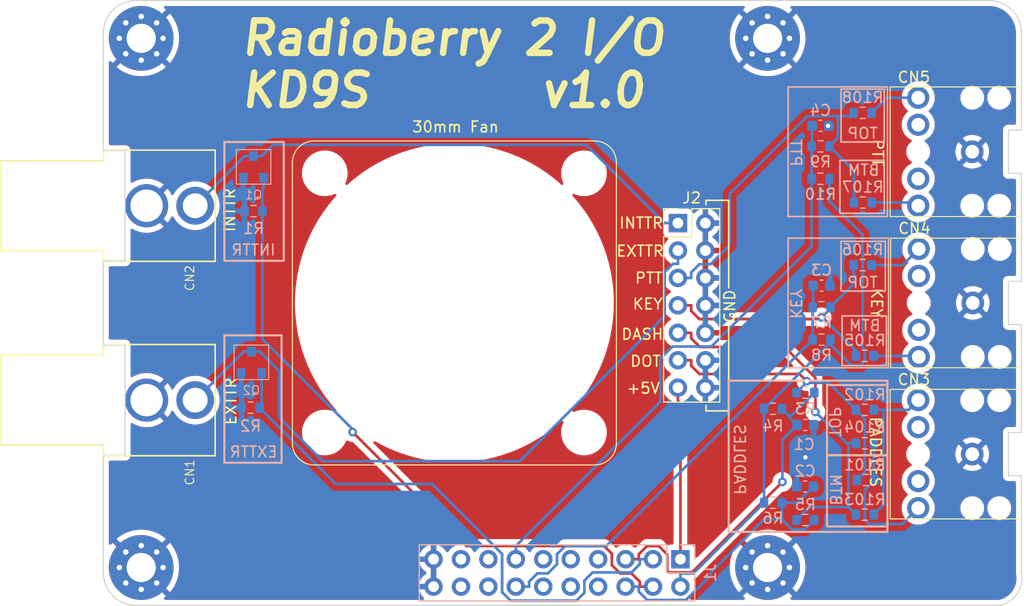
<source format=kicad_pcb>
(kicad_pcb (version 20211014) (generator pcbnew)
  (title_block (title "Radioberry 2 I/O") (date "2022-01-27") (rev "1.0") (company "KD9S"))
  (layers (0 "F.Cu" signal) (31 "B.Cu" signal) (34 "B.Paste" user) (35 "F.Paste" user) (36 "B.SilkS" user "B.Silkscreen") (37 "F.SilkS" user "F.Silkscreen") (38 "B.Mask" user) (39 "F.Mask" user) (44 "Edge.Cuts" user))
  (net 0 "")
  (net 1 "+3V3")
  (net 2 "+5V")
  (net 3 "rb_inttr")
  (net 4 "rb_exttr")
  (net 5 "rb_dash")
  (net 6 "rb_dot")
  (net 13 "rb_key")
  (net 14 "rb_ptt")
  (net 19 "GND")
  (net 20 "INTTR")
  (net 21 "EXTTR")
  (net 22 "PTT")
  (net 23 "KEY")
  (net 24 "DASH")
  (net 25 "DOT")
  (net 26 "Net-(CN3-Pad2)")
  (net 31 "Net-(CN3-Pad3)")
  (net 34 "Net-(CN4-Pad2)")
  (net 35 "Net-(CN4-Pad3)")
  (net 36 "Net-(CN5-Pad2)")
  (net 37 "Net-(CN5-Pad3)")
  (footprint "MountingHole:MountingHole_2.7mm_Pad_Via" (layer "F.Cu") (at 53.5 102.5)
    (fp_text reference "REF3" hide)
    (fp_text value "MountingHole_2.7mm_Pad_Via" hide)
    (pad "1" thru_hole circle locked (at 1.431891 -1.431891) (size 0.8 0.8) (drill 0.5) (layers *.Cu *.Mask))
    (pad "1" thru_hole circle locked (at 0 2.025) (size 0.8 0.8) (drill 0.5) (layers *.Cu *.Mask))
    (pad "1" thru_hole circle locked (at 2.025 0) (size 0.8 0.8) (drill 0.5) (layers *.Cu *.Mask))
    (pad "1" thru_hole circle locked (at 0 -2.025) (size 0.8 0.8) (drill 0.5) (layers *.Cu *.Mask))
    (pad "1" thru_hole circle locked (at 0 0) (size 6 6) (drill 2.7) (layers *.Cu *.Mask) (net 19 "GND"))
    (pad "1" thru_hole circle locked (at 1.431891 1.431891) (size 0.8 0.8) (drill 0.5) (layers *.Cu *.Mask))
    (pad "1" thru_hole circle locked (at -1.431891 1.431891) (size 0.8 0.8) (drill 0.5) (layers *.Cu *.Mask))
    (pad "1" thru_hole circle locked (at -1.431891 -1.431891) (size 0.8 0.8) (drill 0.5) (layers *.Cu *.Mask))
    (pad "1" thru_hole circle locked (at -2.025 0) (size 0.8 0.8) (drill 0.5) (layers *.Cu *.Mask))
  )
  (footprint "Radioberry-I-O:STEREO" (layer "F.Cu") (at 134.95 64 180)
    (fp_text reference "CN5" (at 9.9 6.9) (layer "F.SilkS"))
    (fp_text value "3.5mm stereo jack" hide)
    (pad "" np_thru_hole circle (at 4.5 5 180) (size 1.2 1.2) (drill 1.2) (layers *.Cu *.Mask))
    (pad "" np_thru_hole circle (at 2 5 180) (size 1.2 1.2) (drill 1.2) (layers *.Cu *.Mask))
    (pad "" np_thru_hole circle (at 2 -5 180) (size 1.2 1.2) (drill 1.2) (layers *.Cu *.Mask))
    (pad "" np_thru_hole circle (at 4.5 -5 180) (size 1.2 1.2) (drill 1.2) (layers *.Cu *.Mask))
    (pad "" np_thru_hole circle (at 9.5 0 180) (size 1.2 1.2) (drill 1.2) (layers *.Cu *.Mask))
    (pad "1" thru_hole circle (at 4.5 0 180) (size 2.1 2.1) (drill 1.27) (layers *.Cu *.Mask) (net 19 "GND"))
    (pad "2" thru_hole circle (at 9.5 5 180) (size 2.05 2.05) (drill 1.27) (layers *.Cu *.Mask) (net 36 "Net-(CN5-Pad2)"))
    (pad "3" thru_hole circle (at 9.5 -5 180) (size 2.05 2.05) (drill 1.27) (layers *.Cu *.Mask) (net 37 "Net-(CN5-Pad3)"))
    (pad "4" thru_hole circle (at 9.5 2.5 180) (size 2.05 2.05) (drill 1.27) (layers *.Cu *.Mask))
    (pad "5" thru_hole circle (at 9.5 -2.5 180) (size 2.05 2.05) (drill 1.27) (layers *.Cu *.Mask))
  )
  (footprint "MountingHole:MountingHole_2.7mm_Pad_Via" (layer "F.Cu") (at 111.5 102.5)
    (fp_text reference "REF4" hide)
    (fp_text value "MountingHole_2.7mm_Pad_Via" hide)
    (pad "1" thru_hole circle locked (at 1.431891 -1.431891) (size 0.8 0.8) (drill 0.5) (layers *.Cu *.Mask))
    (pad "1" thru_hole circle locked (at -1.431891 -1.431891) (size 0.8 0.8) (drill 0.5) (layers *.Cu *.Mask))
    (pad "1" thru_hole circle locked (at 1.431891 1.431891) (size 0.8 0.8) (drill 0.5) (layers *.Cu *.Mask))
    (pad "1" thru_hole circle locked (at 2.025 0) (size 0.8 0.8) (drill 0.5) (layers *.Cu *.Mask))
    (pad "1" thru_hole circle locked (at 0 0) (size 6 6) (drill 2.7) (layers *.Cu *.Mask) (net 19 "GND"))
    (pad "1" thru_hole circle locked (at -2.025 0) (size 0.8 0.8) (drill 0.5) (layers *.Cu *.Mask))
    (pad "1" thru_hole circle locked (at 0 -2.025) (size 0.8 0.8) (drill 0.5) (layers *.Cu *.Mask))
    (pad "1" thru_hole circle locked (at 0 2.025) (size 0.8 0.8) (drill 0.5) (layers *.Cu *.Mask))
    (pad "1" thru_hole circle locked (at -1.431891 1.431891) (size 0.8 0.8) (drill 0.5) (layers *.Cu *.Mask))
  )
  (footprint "Radioberry-I-O:PhonoRcaRCJ-04x" (layer "F.Cu") (at 50 87 90)
    (fp_text reference "CN1" (at -6.7 8 90) (layer "F.SilkS") (effects (font (size 0.8 0.8) (thickness 0.1))))
    (fp_text value "RCA Jack" hide)
    (pad "1" thru_hole circle (at 0 8.5 90) (size 3.5 3.5) (drill 2.3) (layers *.Cu *.Mask) (net 21 "EXTTR"))
    (pad "2" thru_hole circle (at 0 4 90) (size 4 4) (drill 3) (layers *.Cu *.Mask) (net 19 "GND"))
  )
  (footprint "HL2 hiflow rear endcap:fan30_big_hole" (layer "F.Cu") (at 70.5 90)
    (fp_text reference "M1" hide)
    (fp_text value "30mm Fan" (at 12.1 -28.3) (layer "F.SilkS"))
    (pad "" np_thru_hole circle (at 0 0 180) (size 3.2 3.2) (drill 3.2) (layers *.Cu *.Mask))
    (pad "" np_thru_hole circle (at 24 -24 180) (size 3.2 3.2) (drill 3.2) (layers *.Cu *.Mask))
    (pad "" np_thru_hole circle (at 12 -12 180) (size 28.5 28.5) (drill 28.5) (layers *.Cu *.Mask))
    (pad "" np_thru_hole circle (at 0 -24 180) (size 3.2 3.2) (drill 3.2) (layers *.Cu *.Mask))
    (pad "" np_thru_hole circle (at 24 0 180) (size 3.2 3.2) (drill 3.2) (layers *.Cu *.Mask))
  )
  (footprint "MountingHole:MountingHole_2.7mm_Pad_Via" (layer "F.Cu") (at 53.5 53.5)
    (fp_text reference "REF1" hide)
    (fp_text value "MountingHole_2.7mm_Pad_Via" hide)
    (pad "1" thru_hole circle locked (at -1.431891 -1.431891) (size 0.8 0.8) (drill 0.5) (layers *.Cu *.Mask))
    (pad "1" thru_hole circle locked (at 0 2.025) (size 0.8 0.8) (drill 0.5) (layers *.Cu *.Mask))
    (pad "1" thru_hole circle locked (at 1.431891 1.431891) (size 0.8 0.8) (drill 0.5) (layers *.Cu *.Mask))
    (pad "1" thru_hole circle locked (at 0 -2.025) (size 0.8 0.8) (drill 0.5) (layers *.Cu *.Mask))
    (pad "1" thru_hole circle locked (at -1.431891 1.431891) (size 0.8 0.8) (drill 0.5) (layers *.Cu *.Mask))
    (pad "1" thru_hole circle locked (at 1.431891 -1.431891) (size 0.8 0.8) (drill 0.5) (layers *.Cu *.Mask))
    (pad "1" thru_hole circle locked (at 2.025 0) (size 0.8 0.8) (drill 0.5) (layers *.Cu *.Mask))
    (pad "1" thru_hole circle locked (at -2.025 0) (size 0.8 0.8) (drill 0.5) (layers *.Cu *.Mask))
    (pad "1" thru_hole circle locked (at 0 0) (size 6 6) (drill 2.7) (layers *.Cu *.Mask) (net 19 "GND"))
  )
  (footprint "Connector_PinHeader_2.54mm:PinHeader_2x07_P2.54mm_Vertical" (layer "F.Cu") (at 103.2 70.607)
    (fp_text reference "J2" (at 1.27 -2.33) (layer "F.SilkS"))
    (fp_text value "2x7 male header 2.54mm" hide)
    (pad "1" thru_hole rect (at 0 0) (size 1.7 1.7) (drill 1) (layers *.Cu *.Mask) (net 20 "INTTR"))
    (pad "2" thru_hole oval (at 2.54 0) (size 1.7 1.7) (drill 1) (layers *.Cu *.Mask) (net 19 "GND"))
    (pad "3" thru_hole oval (at 0 2.54) (size 1.7 1.7) (drill 1) (layers *.Cu *.Mask) (net 21 "EXTTR"))
    (pad "4" thru_hole oval (at 2.54 2.54) (size 1.7 1.7) (drill 1) (layers *.Cu *.Mask) (net 19 "GND"))
    (pad "5" thru_hole oval (at 0 5.08) (size 1.7 1.7) (drill 1) (layers *.Cu *.Mask) (net 22 "PTT"))
    (pad "6" thru_hole oval (at 2.54 5.08) (size 1.7 1.7) (drill 1) (layers *.Cu *.Mask) (net 19 "GND"))
    (pad "7" thru_hole oval (at 0 7.62) (size 1.7 1.7) (drill 1) (layers *.Cu *.Mask) (net 23 "KEY"))
    (pad "8" thru_hole oval (at 2.54 7.62) (size 1.7 1.7) (drill 1) (layers *.Cu *.Mask) (net 19 "GND"))
    (pad "9" thru_hole oval (at 0 10.16) (size 1.7 1.7) (drill 1) (layers *.Cu *.Mask) (net 24 "DASH"))
    (pad "10" thru_hole oval (at 2.54 10.16) (size 1.7 1.7) (drill 1) (layers *.Cu *.Mask) (net 19 "GND"))
    (pad "11" thru_hole oval (at 0 12.7) (size 1.7 1.7) (drill 1) (layers *.Cu *.Mask) (net 25 "DOT"))
    (pad "12" thru_hole oval (at 2.54 12.7) (size 1.7 1.7) (drill 1) (layers *.Cu *.Mask) (net 19 "GND"))
    (pad "13" thru_hole oval (at 0 15.24) (size 1.7 1.7) (drill 1) (layers *.Cu *.Mask) (net 2 "+5V"))
    (pad "14" thru_hole oval (at 2.54 15.24) (size 1.7 1.7) (drill 1) (layers *.Cu *.Mask) (net 19 "GND"))
  )
  (footprint "Radioberry-I-O:STEREO" (layer "F.Cu") (at 134.95 92 180)
    (fp_text reference "CN3" (at 9.9 6.9) (layer "F.SilkS"))
    (fp_text value "3.5mm stereo jack" hide)
    (pad "" np_thru_hole circle (at 4.5 -5 180) (size 1.2 1.2) (drill 1.2) (layers *.Cu *.Mask))
    (pad "" np_thru_hole circle (at 9.5 0 180) (size 1.2 1.2) (drill 1.2) (layers *.Cu *.Mask))
    (pad "" np_thru_hole circle (at 2 -5 180) (size 1.2 1.2) (drill 1.2) (layers *.Cu *.Mask))
    (pad "" np_thru_hole circle (at 4.5 5 180) (size 1.2 1.2) (drill 1.2) (layers *.Cu *.Mask))
    (pad "" np_thru_hole circle (at 2 5 180) (size 1.2 1.2) (drill 1.2) (layers *.Cu *.Mask))
    (pad "1" thru_hole circle (at 4.5 0 180) (size 2.1 2.1) (drill 1.27) (layers *.Cu *.Mask) (net 19 "GND"))
    (pad "2" thru_hole circle (at 9.5 5 180) (size 2.05 2.05) (drill 1.27) (layers *.Cu *.Mask) (net 26 "Net-(CN3-Pad2)"))
    (pad "3" thru_hole circle (at 9.5 -5 180) (size 2.05 2.05) (drill 1.27) (layers *.Cu *.Mask) (net 31 "Net-(CN3-Pad3)"))
    (pad "4" thru_hole circle (at 9.5 2.5 180) (size 2.05 2.05) (drill 1.27) (layers *.Cu *.Mask))
    (pad "5" thru_hole circle (at 9.5 -2.5 180) (size 2.05 2.05) (drill 1.27) (layers *.Cu *.Mask))
  )
  (footprint "MountingHole:MountingHole_2.7mm_Pad_Via" (layer "F.Cu") (at 111.5 53.5)
    (fp_text reference "REF2" hide)
    (fp_text value "MountingHole_2.7mm_Pad_Via" hide)
    (pad "1" thru_hole circle locked (at -1.431891 1.431891) (size 0.8 0.8) (drill 0.5) (layers *.Cu *.Mask))
    (pad "1" thru_hole circle locked (at 2.025 0) (size 0.8 0.8) (drill 0.5) (layers *.Cu *.Mask))
    (pad "1" thru_hole circle locked (at 0 -2.025) (size 0.8 0.8) (drill 0.5) (layers *.Cu *.Mask))
    (pad "1" thru_hole circle locked (at 0 0) (size 6 6) (drill 2.7) (layers *.Cu *.Mask) (net 19 "GND"))
    (pad "1" thru_hole circle locked (at 1.431891 -1.431891) (size 0.8 0.8) (drill 0.5) (layers *.Cu *.Mask))
    (pad "1" thru_hole circle locked (at 1.431891 1.431891) (size 0.8 0.8) (drill 0.5) (layers *.Cu *.Mask))
    (pad "1" thru_hole circle locked (at -2.025 0) (size 0.8 0.8) (drill 0.5) (layers *.Cu *.Mask))
    (pad "1" thru_hole circle locked (at 0 2.025) (size 0.8 0.8) (drill 0.5) (layers *.Cu *.Mask))
    (pad "1" thru_hole circle locked (at -1.431891 -1.431891) (size 0.8 0.8) (drill 0.5) (layers *.Cu *.Mask))
  )
  (footprint "Radioberry-I-O:PhonoRcaRCJ-04x" (layer "F.Cu") (at 50 69 90)
    (fp_text reference "CN2" (at -6.7 8 90) (layer "F.SilkS") (effects (font (size 0.8 0.8) (thickness 0.1))))
    (fp_text value "RCA Jack" hide)
    (pad "1" thru_hole circle (at 0 8.5 90) (size 3.5 3.5) (drill 2.3) (layers *.Cu *.Mask) (net 20 "INTTR"))
    (pad "2" thru_hole circle (at 0 4 90) (size 4 4) (drill 3) (layers *.Cu *.Mask) (net 19 "GND"))
  )
  (footprint "Radioberry-I-O:STEREO" (layer "F.Cu") (at 135 78 180)
    (fp_text reference "CN4" (at 9.9 6.9) (layer "F.SilkS"))
    (fp_text value "3.5mm stereo jack" hide)
    (pad "" np_thru_hole circle (at 4.5 5 180) (size 1.2 1.2) (drill 1.2) (layers *.Cu *.Mask))
    (pad "" np_thru_hole circle (at 9.5 0 180) (size 1.2 1.2) (drill 1.2) (layers *.Cu *.Mask))
    (pad "" np_thru_hole circle (at 2 -5 180) (size 1.2 1.2) (drill 1.2) (layers *.Cu *.Mask))
    (pad "" np_thru_hole circle (at 4.5 -5 180) (size 1.2 1.2) (drill 1.2) (layers *.Cu *.Mask))
    (pad "" np_thru_hole circle (at 2 5 180) (size 1.2 1.2) (drill 1.2) (layers *.Cu *.Mask))
    (pad "1" thru_hole circle (at 4.5 0 180) (size 2.1 2.1) (drill 1.27) (layers *.Cu *.Mask) (net 19 "GND"))
    (pad "2" thru_hole circle (at 9.5 5 180) (size 2.05 2.05) (drill 1.27) (layers *.Cu *.Mask) (net 34 "Net-(CN4-Pad2)"))
    (pad "3" thru_hole circle (at 9.5 -5 180) (size 2.05 2.05) (drill 1.27) (layers *.Cu *.Mask) (net 35 "Net-(CN4-Pad3)"))
    (pad "4" thru_hole circle (at 9.5 2.5 180) (size 2.05 2.05) (drill 1.27) (layers *.Cu *.Mask))
    (pad "5" thru_hole circle (at 9.5 -2.5 180) (size 2.05 2.05) (drill 1.27) (layers *.Cu *.Mask))
  )
  (footprint "Resistor_SMD:R_0603_1608Metric" (layer "B.Cu") (at 120.5 82.9 180)
    (fp_text reference "R105" (at 0 1.43) (layer "B.SilkS") (effects (justify mirror)))
    (fp_text value "0" hide)
    (pad "1" smd roundrect (at -0.825 0 180) (size 0.8 0.95) (layers "B.Cu" "B.Paste" "B.Mask") (net 35 "Net-(CN4-Pad3)"))
    (pad "2" smd roundrect (at 0.825 0 180) (size 0.8 0.95) (layers "B.Cu" "B.Paste" "B.Mask") (net 23 "KEY"))
  )
  (footprint "Resistor_SMD:R_0603_1608Metric" (layer "B.Cu") (at 63.9 69.5 180)
    (fp_text reference "R1" (at 0 -1.6) (layer "B.SilkS") (effects (justify mirror)))
    (fp_text value "4.7K" hide)
    (pad "1" smd roundrect (at -0.825 0 180) (size 0.8 0.95) (layers "B.Cu" "B.Paste" "B.Mask") (net 3 "rb_inttr"))
    (pad "2" smd roundrect (at 0.825 0 180) (size 0.8 0.95) (layers "B.Cu" "B.Paste" "B.Mask") (net 19 "GND"))
  )
  (footprint "Resistor_SMD:R_0603_1608Metric" (layer "B.Cu") (at 115 98.1 180)
    (fp_text reference "R5" (at 0 1.43) (layer "B.SilkS") (effects (justify mirror)))
    (fp_text value "100" hide)
    (pad "1" smd roundrect (at -0.825 0 180) (size 0.8 0.95) (layers "B.Cu" "B.Paste" "B.Mask") (net 5 "rb_dash"))
    (pad "2" smd roundrect (at 0.825 0 180) (size 0.8 0.95) (layers "B.Cu" "B.Paste" "B.Mask") (net 24 "DASH"))
  )
  (footprint "Resistor_SMD:R_0603_1608Metric" (layer "B.Cu") (at 112 96.5)
    (fp_text reference "R6" (at 0 1.43) (layer "B.SilkS") (effects (justify mirror)))
    (fp_text value "2.2k" hide)
    (pad "1" smd roundrect (at -0.825 0) (size 0.8 0.95) (layers "B.Cu" "B.Paste" "B.Mask") (net 1 "+3V3"))
    (pad "2" smd roundrect (at 0.825 0) (size 0.8 0.95) (layers "B.Cu" "B.Paste" "B.Mask") (net 5 "rb_dash"))
  )
  (footprint "Resistor_SMD:R_0603_1608Metric" (layer "B.Cu") (at 112 87.8 180)
    (fp_text reference "R4" (at 0 -1.6) (layer "B.SilkS") (effects (justify mirror)))
    (fp_text value "2.2k" hide)
    (pad "1" smd roundrect (at -0.825 0 180) (size 0.8 0.95) (layers "B.Cu" "B.Paste" "B.Mask") (net 6 "rb_dot"))
    (pad "2" smd roundrect (at 0.825 0 180) (size 0.8 0.95) (layers "B.Cu" "B.Paste" "B.Mask") (net 1 "+3V3"))
  )
  (footprint "Capacitor_SMD:C_0603_1608Metric" (layer "B.Cu") (at 114.975 95 180)
    (fp_text reference "C2" (at 0 1.43) (layer "B.SilkS") (effects (justify mirror)))
    (fp_text value "1uf" hide)
    (pad "1" smd roundrect (at -0.775 0 180) (size 0.9 0.95) (layers "B.Cu" "B.Paste" "B.Mask") (net 5 "rb_dash"))
    (pad "2" smd roundrect (at 0.775 0 180) (size 0.9 0.95) (layers "B.Cu" "B.Paste" "B.Mask") (net 19 "GND"))
  )
  (footprint "Resistor_SMD:R_0603_1608Metric" (layer "B.Cu") (at 120.3 74.5 180)
    (fp_text reference "R106" (at 0 1.43) (layer "B.SilkS") (effects (justify mirror)))
    (fp_text value "0" hide)
    (pad "1" smd roundrect (at -0.825 0 180) (size 0.8 0.95) (layers "B.Cu" "B.Paste" "B.Mask") (net 34 "Net-(CN4-Pad2)"))
    (pad "2" smd roundrect (at 0.825 0 180) (size 0.8 0.95) (layers "B.Cu" "B.Paste" "B.Mask") (net 23 "KEY"))
  )
  (footprint "Resistor_SMD:R_0603_1608Metric" (layer "B.Cu") (at 115 86.3 180)
    (fp_text reference "R3" (at 0 -1.5) (layer "B.SilkS") (effects (justify mirror)))
    (fp_text value "100" hide)
    (pad "1" smd roundrect (at -0.825 0 180) (size 0.8 0.95) (layers "B.Cu" "B.Paste" "B.Mask") (net 6 "rb_dot"))
    (pad "2" smd roundrect (at 0.825 0 180) (size 0.8 0.95) (layers "B.Cu" "B.Paste" "B.Mask") (net 25 "DOT"))
  )
  (footprint "Resistor_SMD:R_0603_1608Metric" (layer "B.Cu") (at 120.6 94.4 180)
    (fp_text reference "R101" (at 0.1 1.4) (layer "B.SilkS") (effects (justify mirror)))
    (fp_text value "0" hide)
    (pad "1" smd roundrect (at -0.825 0 180) (size 0.8 0.95) (layers "B.Cu" "B.Paste" "B.Mask") (net 31 "Net-(CN3-Pad3)"))
    (pad "2" smd roundrect (at 0.825 0 180) (size 0.8 0.95) (layers "B.Cu" "B.Paste" "B.Mask") (net 25 "DOT"))
  )
  (footprint "Radioberry-I-O:SOT23_3" (layer "B.Cu") (at 63.9 66.4 180)
    (fp_text reference "Q1" (at 0 -1.6) (layer "B.SilkS") (effects (font (size 0.8 0.8) (thickness 0.1)) (justify mirror)))
    (fp_text value "NUD3124LT1G" hide)
    (pad "1" smd rect (at -0.95 0 180) (size 0.8 0.9) (layers "B.Cu" "B.Paste" "B.Mask") (net 3 "rb_inttr"))
    (pad "2" smd rect (at 0.95 0 180) (size 0.8 0.9) (layers "B.Cu" "B.Paste" "B.Mask") (net 19 "GND"))
    (pad "3" smd rect (at 0 2 180) (size 0.8 0.9) (layers "B.Cu" "B.Paste" "B.Mask") (net 20 "INTTR"))
  )
  (footprint "Resistor_SMD:R_0603_1608Metric" (layer "B.Cu") (at 120.325 68.7 180)
    (fp_text reference "R107" (at 0 1.43) (layer "B.SilkS") (effects (justify mirror)))
    (fp_text value "0" hide)
    (pad "1" smd roundrect (at -0.825 0 180) (size 0.8 0.95) (layers "B.Cu" "B.Paste" "B.Mask") (net 37 "Net-(CN5-Pad3)"))
    (pad "2" smd roundrect (at 0.825 0 180) (size 0.8 0.95) (layers "B.Cu" "B.Paste" "B.Mask") (net 22 "PTT"))
  )
  (footprint "Capacitor_SMD:C_0603_1608Metric" (layer "B.Cu") (at 116.5 76.4 180)
    (fp_text reference "C3" (at 0 1.43) (layer "B.SilkS") (effects (justify mirror)))
    (fp_text value "1uf" hide)
    (pad "1" smd roundrect (at -0.775 0 180) (size 0.9 0.95) (layers "B.Cu" "B.Paste" "B.Mask") (net 19 "GND"))
    (pad "2" smd roundrect (at 0.775 0 180) (size 0.9 0.95) (layers "B.Cu" "B.Paste" "B.Mask") (net 13 "rb_key"))
  )
  (footprint "Resistor_SMD:R_0603_1608Metric" (layer "B.Cu") (at 116.4 63.5)
    (fp_text reference "R9" (at 0 1.43) (layer "B.SilkS") (effects (justify mirror)))
    (fp_text value "100" hide)
    (pad "1" smd roundrect (at -0.825 0) (size 0.8 0.95) (layers "B.Cu" "B.Paste" "B.Mask") (net 14 "rb_ptt"))
    (pad "2" smd roundrect (at 0.825 0) (size 0.8 0.95) (layers "B.Cu" "B.Paste" "B.Mask") (net 22 "PTT"))
  )
  (footprint "Resistor_SMD:R_0603_1608Metric" (layer "B.Cu") (at 120.5 97.6 180)
    (fp_text reference "R103" (at 0 1.4) (layer "B.SilkS") (effects (justify mirror)))
    (fp_text value "0" hide)
    (pad "1" smd roundrect (at -0.825 0 180) (size 0.8 0.95) (layers "B.Cu" "B.Paste" "B.Mask") (net 26 "Net-(CN3-Pad2)"))
    (pad "2" smd roundrect (at 0.825 0 180) (size 0.8 0.95) (layers "B.Cu" "B.Paste" "B.Mask") (net 24 "DASH"))
  )
  (footprint "Resistor_SMD:R_0603_1608Metric" (layer "B.Cu") (at 116.5 78.4)
    (fp_text reference "R7" (at 0 1.43) (layer "B.SilkS") (effects (justify mirror)))
    (fp_text value "100" hide)
    (pad "1" smd roundrect (at -0.825 0) (size 0.8 0.95) (layers "B.Cu" "B.Paste" "B.Mask") (net 13 "rb_key"))
    (pad "2" smd roundrect (at 0.825 0) (size 0.8 0.95) (layers "B.Cu" "B.Paste" "B.Mask") (net 23 "KEY"))
  )
  (footprint "Resistor_SMD:R_0603_1608Metric" (layer "B.Cu") (at 116.4 66.5)
    (fp_text reference "R10" (at 0 1.43) (layer "B.SilkS") (effects (justify mirror)))
    (fp_text value "2.2k" hide)
    (pad "1" smd roundrect (at -0.825 0) (size 0.8 0.95) (layers "B.Cu" "B.Paste" "B.Mask") (net 14 "rb_ptt"))
    (pad "2" smd roundrect (at 0.825 0) (size 0.8 0.95) (layers "B.Cu" "B.Paste" "B.Mask") (net 1 "+3V3"))
  )
  (footprint "Radioberry-I-O:SOT23_3" (layer "B.Cu") (at 63.7 84.5 180)
    (fp_text reference "Q2" (at 0 -1.6) (layer "B.SilkS") (effects (font (size 0.8 0.8) (thickness 0.1)) (justify mirror)))
    (fp_text value "NUD3124LT1G" hide)
    (pad "1" smd rect (at -0.95 0 180) (size 0.8 0.9) (layers "B.Cu" "B.Paste" "B.Mask") (net 4 "rb_exttr"))
    (pad "2" smd rect (at 0.95 0 180) (size 0.8 0.9) (layers "B.Cu" "B.Paste" "B.Mask") (net 19 "GND"))
    (pad "3" smd rect (at 0 2 180) (size 0.8 0.9) (layers "B.Cu" "B.Paste" "B.Mask") (net 21 "EXTTR"))
  )
  (footprint "Capacitor_SMD:C_0603_1608Metric" (layer "B.Cu") (at 115 89.3 180)
    (fp_text reference "C1" (at 0.1 -1.8) (layer "B.SilkS") (effects (justify mirror)))
    (fp_text value "1uf" hide)
    (pad "1" smd roundrect (at -0.775 0 180) (size 0.9 0.95) (layers "B.Cu" "B.Paste" "B.Mask") (net 19 "GND"))
    (pad "2" smd roundrect (at 0.775 0 180) (size 0.9 0.95) (layers "B.Cu" "B.Paste" "B.Mask") (net 6 "rb_dot"))
  )
  (footprint "Resistor_SMD:R_0603_1608Metric" (layer "B.Cu") (at 120.5 91 180)
    (fp_text reference "R104" (at 0 1.5) (layer "B.SilkS") (effects (justify mirror)))
    (fp_text value "0" hide)
    (pad "1" smd roundrect (at -0.825 0 180) (size 0.8 0.95) (layers "B.Cu" "B.Paste" "B.Mask") (net 31 "Net-(CN3-Pad3)"))
    (pad "2" smd roundrect (at 0.825 0 180) (size 0.8 0.95) (layers "B.Cu" "B.Paste" "B.Mask") (net 24 "DASH"))
  )
  (footprint "Resistor_SMD:R_0603_1608Metric" (layer "B.Cu") (at 120.5 87.9 180)
    (fp_text reference "R102" (at 0 1.4) (layer "B.SilkS") (effects (justify mirror)))
    (fp_text value "0" hide)
    (pad "1" smd roundrect (at -0.825 0 180) (size 0.8 0.95) (layers "B.Cu" "B.Paste" "B.Mask") (net 26 "Net-(CN3-Pad2)"))
    (pad "2" smd roundrect (at 0.825 0 180) (size 0.8 0.95) (layers "B.Cu" "B.Paste" "B.Mask") (net 25 "DOT"))
  )
  (footprint "Resistor_SMD:R_0603_1608Metric" (layer "B.Cu") (at 63.625 87.7 180)
    (fp_text reference "R2" (at 0 -1.7) (layer "B.SilkS") (effects (justify mirror)))
    (fp_text value "4.7K" hide)
    (pad "1" smd roundrect (at -0.825 0 180) (size 0.8 0.95) (layers "B.Cu" "B.Paste" "B.Mask") (net 4 "rb_exttr"))
    (pad "2" smd roundrect (at 0.825 0 180) (size 0.8 0.95) (layers "B.Cu" "B.Paste" "B.Mask") (net 19 "GND"))
  )
  (footprint "Capacitor_SMD:C_0603_1608Metric" (layer "B.Cu") (at 116.4 61.6 180)
    (fp_text reference "C4" (at 0 1.43) (layer "B.SilkS") (effects (justify mirror)))
    (fp_text value "1uf" hide)
    (pad "1" smd roundrect (at -0.775 0 180) (size 0.9 0.95) (layers "B.Cu" "B.Paste" "B.Mask") (net 19 "GND"))
    (pad "2" smd roundrect (at 0.775 0 180) (size 0.9 0.95) (layers "B.Cu" "B.Paste" "B.Mask") (net 14 "rb_ptt"))
  )
  (footprint "Resistor_SMD:R_0603_1608Metric" (layer "B.Cu") (at 120.3 60.4 180)
    (fp_text reference "R108" (at 0 1.43) (layer "B.SilkS") (effects (justify mirror)))
    (fp_text value "0" hide)
    (pad "1" smd roundrect (at -0.825 0 180) (size 0.8 0.95) (layers "B.Cu" "B.Paste" "B.Mask") (net 36 "Net-(CN5-Pad2)"))
    (pad "2" smd roundrect (at 0.825 0 180) (size 0.8 0.95) (layers "B.Cu" "B.Paste" "B.Mask") (net 22 "PTT"))
  )
  (footprint "Connector_PinSocket_2.54mm:PinSocket_2x10_P2.54mm_Vertical" (layer "B.Cu") (at 103.43 101.73 90)
    (fp_text reference "J1" (at -1.27 2.77 90) (layer "B.SilkS") (effects (justify mirror)))
    (fp_text value "2x10 female header 2.54mm" hide)
    (pad "1" thru_hole rect (at 0 0 90) (size 1.7 1.7) (drill 1) (layers *.Cu *.Mask) (net 2 "+5V"))
    (pad "2" thru_hole oval (at -2.54 0 90) (size 1.7 1.7) (drill 1) (layers *.Cu *.Mask) (net 1 "+3V3"))
    (pad "3" thru_hole oval (at 0 -2.54 90) (size 1.7 1.7) (drill 1) (layers *.Cu *.Mask) (net 4 "rb_exttr"))
    (pad "4" thru_hole oval (at -2.54 -2.54 90) (size 1.7 1.7) (drill 1) (layers *.Cu *.Mask) (net 3 "rb_inttr"))
    (pad "5" thru_hole oval (at 0 -5.08 90) (size 1.7 1.7) (drill 1) (layers *.Cu *.Mask) (net 6 "rb_dot"))
    (pad "6" thru_hole oval (at -2.54 -5.08 90) (size 1.7 1.7) (drill 1) (layers *.Cu *.Mask) (net 5 "rb_dash"))
    (pad "7" thru_hole oval (at 0 -7.62 90) (size 1.7 1.7) (drill 1) (layers *.Cu *.Mask))
    (pad "8" thru_hole oval (at -2.54 -7.62 90) (size 1.7 1.7) (drill 1) (layers *.Cu *.Mask))
    (pad "9" thru_hole oval (at 0 -10.16 90) (size 1.7 1.7) (drill 1) (layers *.Cu *.Mask))
    (pad "10" thru_hole oval (at -2.54 -10.16 90) (size 1.7 1.7) (drill 1) (layers *.Cu *.Mask))
    (pad "11" thru_hole oval (at 0 -12.7 90) (size 1.7 1.7) (drill 1) (layers *.Cu *.Mask))
    (pad "12" thru_hole oval (at -2.54 -12.7 90) (size 1.7 1.7) (drill 1) (layers *.Cu *.Mask))
    (pad "13" thru_hole oval (at 0 -15.24 90) (size 1.7 1.7) (drill 1) (layers *.Cu *.Mask) (net 14 "rb_ptt"))
    (pad "14" thru_hole oval (at -2.54 -15.24 90) (size 1.7 1.7) (drill 1) (layers *.Cu *.Mask) (net 13 "rb_key"))
    (pad "15" thru_hole oval (at 0 -17.78 90) (size 1.7 1.7) (drill 1) (layers *.Cu *.Mask))
    (pad "16" thru_hole oval (at -2.54 -17.78 90) (size 1.7 1.7) (drill 1) (layers *.Cu *.Mask))
    (pad "17" thru_hole oval (at 0 -20.32 90) (size 1.7 1.7) (drill 1) (layers *.Cu *.Mask))
    (pad "18" thru_hole oval (at -2.54 -20.32 90) (size 1.7 1.7) (drill 1) (layers *.Cu *.Mask))
    (pad "19" thru_hole oval (at 0 -22.86 90) (size 1.7 1.7) (drill 1) (layers *.Cu *.Mask) (net 19 "GND"))
    (pad "20" thru_hole oval (at -2.54 -22.86 90) (size 1.7 1.7) (drill 1) (layers *.Cu *.Mask) (net 19 "GND"))
  )
  (footprint "Resistor_SMD:R_0603_1608Metric" (layer "B.Cu") (at 116.5 81.4)
    (fp_text reference "R8" (at 0 1.43) (layer "B.SilkS") (effects (justify mirror)))
    (fp_text value "2.2k" hide)
    (pad "1" smd roundrect (at -0.825 0) (size 0.8 0.95) (layers "B.Cu" "B.Paste" "B.Mask") (net 13 "rb_key"))
    (pad "2" smd roundrect (at 0.825 0) (size 0.8 0.95) (layers "B.Cu" "B.Paste" "B.Mask") (net 1 "+3V3"))
  )
  (gr_rect (start 122.3 58.2) (end 118.3 63.1) (layer "B.SilkS") (width 0.15) (fill none))
  (gr_rect (start 122.6 58) (end 113.4 70) (layer "B.SilkS") (width 0.15) (fill none))
  (gr_rect (start 122.7 72) (end 113.4 84) (layer "B.SilkS") (width 0.15) (fill none))
  (gr_rect (start 122.6 99.2) (end 107.9 85.2) (layer "B.SilkS") (width 0.2) (fill none))
  (gr_rect (start 61.2 81) (end 66.5 92.8) (layer "B.SilkS") (width 0.2) (fill none))
  (gr_rect (start 61.2 63.1) (end 66.7 74.1) (layer "B.SilkS") (width 0.2) (fill none))
  (gr_rect (start 122.6 85.6) (end 117 92.1) (layer "B.SilkS") (width 0.2) (fill none))
  (gr_rect (start 122.6 92.1) (end 117 98.7) (layer "B.SilkS") (width 0.2) (fill none))
  (gr_rect (start 118.4 83.8) (end 122.5 79.2) (layer "B.SilkS") (width 0.15) (fill none))
  (gr_rect (start 122.3 69.7) (end 118.2 64.8) (layer "B.SilkS") (width 0.15) (fill none))
  (gr_rect (start 122.4 72.3) (end 118.3 76.9) (layer "B.SilkS") (width 0.15) (fill none))
  (gr_line (start 107.9 80.2) (end 107.9 88) (layer "F.SilkS") (width 0.15))
  (gr_line (start 105.8 68.5) (end 105.8 68.9) (layer "F.SilkS") (width 0.15))
  (gr_line (start 105.8 88) (end 105.8 87.5) (layer "F.SilkS") (width 0.15))
  (gr_line (start 107.9 88) (end 105.8 88) (layer "F.SilkS") (width 0.15))
  (gr_line (start 107.9 68.5) (end 105.8 68.5) (layer "F.SilkS") (width 0.15))
  (gr_line (start 107.9 76.6) (end 107.9 68.5) (layer "F.SilkS") (width 0.15))
  (gr_line (start 50 63.9) (end 52 63.9) (layer "Edge.Cuts") (width 0.1))
  (gr_arc (start 53 106) (mid 50.87868 105.12132) (end 50 103) (layer "Edge.Cuts") (width 0.1))
  (gr_arc (start 132 50) (mid 134.12132 50.87868) (end 135 53) (layer "Edge.Cuts") (width 0.1))
  (gr_line (start 135 94) (end 133.8 94) (layer "Edge.Cuts") (width 0.1))
  (gr_line (start 135 62) (end 133.8 62) (layer "Edge.Cuts") (width 0.1))
  (gr_arc (start 135 103) (mid 134.62132 104.914213) (end 133 106) (layer "Edge.Cuts") (width 0.1))
  (gr_line (start 135 80) (end 133.8 80) (layer "Edge.Cuts") (width 0.1))
  (gr_line (start 133.8 66) (end 135 66) (layer "Edge.Cuts") (width 0.1))
  (gr_line (start 135 90) (end 135 80) (layer "Edge.Cuts") (width 0.1))
  (gr_line (start 50 81.9) (end 52 81.9) (layer "Edge.Cuts") (width 0.1))
  (gr_line (start 135 62) (end 135 53) (layer "Edge.Cuts") (width 0.1))
  (gr_line (start 133.8 90) (end 135 90) (layer "Edge.Cuts") (width 0.1))
  (gr_line (start 52 92.1) (end 50 92.1) (layer "Edge.Cuts") (width 0.1))
  (gr_line (start 133.8 94) (end 133.8 90) (layer "Edge.Cuts") (width 0.1))
  (gr_line (start 52 74.1) (end 50 74.1) (layer "Edge.Cuts") (width 0.1))
  (gr_line (start 133.8 76) (end 135 76) (layer "Edge.Cuts") (width 0.1))
  (gr_line (start 133.8 80) (end 133.8 76) (layer "Edge.Cuts") (width 0.1))
  (gr_arc (start 50 53) (mid 50.87868 50.87868) (end 53 50) (layer "Edge.Cuts") (width 0.1))
  (gr_line (start 135 66) (end 135 76) (layer "Edge.Cuts") (width 0.1))
  (gr_line (start 53 106) (end 133 106) (layer "Edge.Cuts") (width 0.1))
  (gr_line (start 50 74.1) (end 50 81.9) (layer "Edge.Cuts") (width 0.1))
  (gr_line (start 50 92.1) (end 50 103) (layer "Edge.Cuts") (width 0.1))
  (gr_line (start 50 53) (end 50 63.9) (layer "Edge.Cuts") (width 0.1))
  (gr_line (start 135 94) (end 135 103) (layer "Edge.Cuts") (width 0.1))
  (gr_line (start 52 63.9) (end 52 74.1) (layer "Edge.Cuts") (width 0.1))
  (gr_line (start 53 50) (end 132 50) (layer "Edge.Cuts") (width 0.1))
  (gr_line (start 52 81.9) (end 52 92.1) (layer "Edge.Cuts") (width 0.1))
  (gr_line (start 133.8 62) (end 133.8 66) (layer "Edge.Cuts") (width 0.1))
  (gr_text "BTM" (at 120.5 80.1) (layer "B.SilkS") (effects (font (size 1 1)) (justify mirror)))
  (gr_text "BTM" (at 117.8 95.3 -90) (layer "B.SilkS") (effects (font (size 1 1)) (justify mirror)))
  (gr_text "TOP" (at 117.7 89 270) (layer "B.SilkS") (effects (font (size 1 1)) (justify mirror)))
  (gr_text "TOP" (at 120.3 62.3) (layer "B.SilkS") (effects (font (size 1 1)) (justify mirror)))
  (gr_text "PTT" (at 114.1 64.1 270) (layer "B.SilkS") (effects (font (size 1 1)) (justify mirror)))
  (gr_text "INTTR" (at 63.9 73.1) (layer "B.SilkS") (effects (font (size 1 1)) (justify mirror)))
  (gr_text "TOP" (at 120.3 76.1) (layer "B.SilkS") (effects (font (size 1 1)) (justify mirror)))
  (gr_text "BTM" (at 120.4 65.7) (layer "B.SilkS") (effects (font (size 1 1)) (justify mirror)))
  (gr_text "PADDLES" (at 108.9 92.5 270) (layer "B.SilkS") (effects (font (size 1 1)) (justify mirror)))
  (gr_text "KEY" (at 114.1 78.1 270) (layer "B.SilkS") (effects (font (size 1 1)) (justify mirror)))
  (gr_text "EXTTR" (at 63.9 91.8) (layer "B.SilkS") (effects (font (size 1 1)) (justify mirror)))
  (gr_text "INTTR" (at 99.8 70.6) (layer "F.SilkS") (effects (font (size 1 1))))
  (gr_text "KEY" (at 100.4 78.1) (layer "F.SilkS") (effects (font (size 1 1))))
  (gr_text "PTT" (at 100.5 75.7) (layer "F.SilkS") (effects (font (size 1 1))))
  (gr_text "KEY" (at 121.6 78 -90) (layer "F.SilkS") (effects (font (size 1 1))))
  (gr_text "GND" (at 108 78.3 90) (layer "F.SilkS") (effects (font (size 1 1))))
  (gr_text "PTT" (at 121.7 64.1 -90) (layer "F.SilkS") (effects (font (size 1 1))))
  (gr_text "EXTTR" (at 99.7 73.2) (layer "F.SilkS") (effects (font (size 1 1))))
  (gr_text "PADDLES" (at 121.5 91.8 -90) (layer "F.SilkS") (effects (font (size 1 1))))
  (gr_text "DASH" (at 99.9 80.9) (layer "F.SilkS") (effects (font (size 1 1))))
  (gr_text "Radioberry 2 I/O\nKD9S       v1.0" (at 62.5 55.9) (layer "F.SilkS") (effects (font (size 3 3) (thickness 0.6) italic) (justify left)))
  (gr_text "INTTR" (at 61.7 69.4 90) (layer "F.SilkS") (effects (font (size 1 1))))
  (gr_text "+5V" (at 100 85.9) (layer "F.SilkS") (effects (font (size 1 1))))
  (gr_text "EXTTR" (at 61.8 87.1 90) (layer "F.SilkS") (effects (font (size 1 1))))
  (gr_text "DOT" (at 100.2 83.4) (layer "F.SilkS") (effects (font (size 1 1))))
  (segment (start 120.3 82.1479) (end 120.5 82.3479) (width 0.25) (layer "B.Cu") (net 1))
  (segment (start 120.1207 83.767) (end 119.2319 83.767) (width 0.25) (layer "B.Cu") (net 1))
  (segment (start 117.225 66.5) (end 117.225 68.5863) (width 0.25) (layer "B.Cu") (net 1))
  (segment (start 117.325 81.8601) (end 117.1149 81.8601) (width 0.25) (layer "B.Cu") (net 1))
  (segment (start 104.6303 103.0447) (end 111.175 96.5) (width 0.25) (layer "B.Cu") (net 1))
  (segment (start 120.5 82.3479) (end 120.5 83.3877) (width 0.25) (layer "B.Cu") (net 1))
  (segment (start 120.5 83.3877) (end 120.1207 83.767) (width 0.25) (layer "B.Cu") (net 1))
  (segment (start 103.43 104.27) (end 103.43 103.0447) (width 0.25) (layer "B.Cu") (net 1))
  (segment (start 111.175 87.8) (end 111.175 96.5) (width 0.25) (layer "B.Cu") (net 1))
  (segment (start 117.325 81.8601) (end 117.325 81.4) (width 0.25) (layer "B.Cu") (net 1))
  (segment (start 117.1149 81.8601) (end 111.175 87.8) (width 0.25) (layer "B.Cu") (net 1))
  (segment (start 120.3 71.6613) (end 120.3 82.1479) (width 0.25) (layer "B.Cu") (net 1))
  (segment (start 119.2319 83.767) (end 117.325 81.8601) (width 0.25) (layer "B.Cu") (net 1))
  (segment (start 103.43 103.0447) (end 104.6303 103.0447) (width 0.25) (layer "B.Cu") (net 1))
  (segment (start 117.225 68.5863) (end 120.3 71.6613) (width 0.25) (layer "B.Cu") (net 1))
  (segment (start 103.2 85.847) (end 103.2 87.0723) (width 0.25) (layer "F.Cu") (net 2))
  (segment (start 103.43 101.73) (end 103.43 87.3023) (width 0.25) (layer "F.Cu") (net 2))
  (segment (start 103.43 87.3023) (end 103.2 87.0723) (width 0.25) (layer "F.Cu") (net 2))
  (segment (start 98.899 103.0447) (end 97.8498 103.0447) (width 0.25) (layer "F.Cu") (net 3))
  (segment (start 99.6647 103.8104) (end 98.899 103.0447) (width 0.25) (layer "F.Cu") (net 3))
  (segment (start 99.6647 104.27) (end 99.6647 103.8104) (width 0.25) (layer "F.Cu") (net 3))
  (segment (start 96.3614 100.5046) (end 83.6218 100.5046) (width 0.25) (layer "F.Cu") (net 3))
  (segment (start 97.8498 103.0447) (end 97.08 102.2749) (width 0.25) (layer "F.Cu") (net 3))
  (segment (start 100.89 104.27) (end 99.6647 104.27) (width 0.25) (layer "F.Cu") (net 3))
  (segment (start 97.08 102.2749) (end 97.08 101.2232) (width 0.25) (layer "F.Cu") (net 3))
  (segment (start 97.08 101.2232) (end 96.3614 100.5046) (width 0.25) (layer "F.Cu") (net 3))
  (segment (start 83.6218 100.5046) (end 73.0747 89.9575) (width 0.25) (layer "F.Cu") (net 3))
  (via (at 73.0747 89.9575) (size 0.8) (drill 0.4) (layers "F.Cu" "B.Cu") (net 3))
  (segment (start 64.725 67.3503) (end 64.725 69.5) (width 0.25) (layer "B.Cu") (net 3))
  (segment (start 64.85 66.4) (end 64.85 67.2253) (width 0.25) (layer "B.Cu") (net 3))
  (segment (start 73.0747 89.6995) (end 64.725 81.3498) (width 0.25) (layer "B.Cu") (net 3))
  (segment (start 64.725 81.3498) (end 64.725 69.5) (width 0.25) (layer "B.Cu") (net 3))
  (segment (start 64.85 67.2253) (end 64.725 67.3503) (width 0.25) (layer "B.Cu") (net 3))
  (segment (start 73.0747 89.9575) (end 73.0747 89.6995) (width 0.25) (layer "B.Cu") (net 3))
  (segment (start 80.4356 94.7609) (end 71.5109 94.7609) (width 0.25) (layer "B.Cu") (net 4))
  (segment (start 94.54 104.8282) (end 93.7982 105.57) (width 0.25) (layer "B.Cu") (net 4))
  (segment (start 100.89 101.73) (end 99.6647 101.73) (width 0.25) (layer "B.Cu") (net 4))
  (segment (start 86.9201 101.2454) (end 80.4356 94.7609) (width 0.25) (layer "B.Cu") (net 4))
  (segment (start 98.899 102.9553) (end 95.3008 102.9553) (width 0.25) (layer "B.Cu") (net 4))
  (segment (start 87.7019 105.57) (end 86.9201 104.7882) (width 0.25) (layer "B.Cu") (net 4))
  (segment (start 99.6647 102.1896) (end 98.899 102.9553) (width 0.25) (layer "B.Cu") (net 4))
  (segment (start 64.65 84.5) (end 64.65 87.5) (width 0.25) (layer "B.Cu") (net 4))
  (segment (start 86.9201 104.7882) (end 86.9201 101.2454) (width 0.25) (layer "B.Cu") (net 4))
  (segment (start 94.54 103.7161) (end 94.54 104.8282) (width 0.25) (layer "B.Cu") (net 4))
  (segment (start 95.3008 102.9553) (end 94.54 103.7161) (width 0.25) (layer "B.Cu") (net 4))
  (segment (start 71.5109 94.7609) (end 64.45 87.7) (width 0.25) (layer "B.Cu") (net 4))
  (segment (start 99.6647 101.73) (end 99.6647 102.1896) (width 0.25) (layer "B.Cu") (net 4))
  (segment (start 64.65 87.5) (end 64.45 87.7) (width 0.25) (layer "B.Cu") (net 4))
  (segment (start 93.7982 105.57) (end 87.7019 105.57) (width 0.25) (layer "B.Cu") (net 4))
  (segment (start 111.1609 98.0493) (end 112.825 98.0493) (width 0.25) (layer "B.Cu") (net 5))
  (segment (start 114.25 96.5) (end 115.75 95) (width 0.25) (layer "B.Cu") (net 5))
  (segment (start 103.9472 105.508) (end 106.213 103.2422) (width 0.25) (layer "B.Cu") (net 5))
  (segment (start 99.5753 104.7295) (end 100.3538 105.508) (width 0.25) (layer "B.Cu") (net 5))
  (segment (start 112.825 98.0493) (end 112.825 96.5) (width 0.25) (layer "B.Cu") (net 5))
  (segment (start 100.3538 105.508) (end 103.9472 105.508) (width 0.25) (layer "B.Cu") (net 5))
  (segment (start 113.7522 98.9765) (end 112.825 98.0493) (width 0.25) (layer "B.Cu") (net 5))
  (segment (start 99.5753 104.27) (end 99.5753 104.7295) (width 0.25) (layer "B.Cu") (net 5))
  (segment (start 115.825 98.1) (end 114.9485 98.9765) (width 0.25) (layer "B.Cu") (net 5))
  (segment (start 98.35 104.27) (end 99.5753 104.27) (width 0.25) (layer "B.Cu") (net 5))
  (segment (start 114.9485 98.9765) (end 113.7522 98.9765) (width 0.25) (layer "B.Cu") (net 5))
  (segment (start 112.825 96.5) (end 114.25 96.5) (width 0.25) (layer "B.Cu") (net 5))
  (segment (start 106.213 102.9972) (end 111.1609 98.0493) (width 0.25) (layer "B.Cu") (net 5))
  (segment (start 106.213 103.2422) (end 106.213 102.9972) (width 0.25) (layer "B.Cu") (net 5))
  (segment (start 102.2046 102.7942) (end 102.3658 102.9554) (width 0.25) (layer "F.Cu") (net 6))
  (segment (start 99.5753 101.2705) (end 100.3412 100.5046) (width 0.25) (layer "F.Cu") (net 6))
  (segment (start 104.4917 102.9554) (end 112.8734 94.5737) (width 0.25) (layer "F.Cu") (net 6))
  (segment (start 101.4175 100.5046) (end 102.2046 101.2917) (width 0.25) (layer "F.Cu") (net 6))
  (segment (start 102.3658 102.9554) (end 104.4917 102.9554) (width 0.25) (layer "F.Cu") (net 6))
  (segment (start 98.35 101.73) (end 99.5753 101.73) (width 0.25) (layer "F.Cu") (net 6))
  (segment (start 102.2046 101.2917) (end 102.2046 102.7942) (width 0.25) (layer "F.Cu") (net 6))
  (segment (start 100.3412 100.5046) (end 101.4175 100.5046) (width 0.25) (layer "F.Cu") (net 6))
  (segment (start 99.5753 101.73) (end 99.5753 101.2705) (width 0.25) (layer "F.Cu") (net 6))
  (via (at 112.8734 94.5737) (size 0.8) (drill 0.4) (layers "F.Cu" "B.Cu") (net 6))
  (segment (start 112.825 87.8) (end 113.575 88.55) (width 0.25) (layer "B.Cu") (net 6))
  (segment (start 112.8734 94.5737) (end 112.8734 90.6516) (width 0.25) (layer "B.Cu") (net 6))
  (segment (start 113.575 88.65) (end 113.575 88.55) (width 0.25) (layer "B.Cu") (net 6))
  (segment (start 113.575 88.55) (end 115.825 86.3) (width 0.25) (layer "B.Cu") (net 6))
  (segment (start 114.225 89.3) (end 113.575 88.65) (width 0.25) (layer "B.Cu") (net 6))
  (segment (start 112.8734 90.6516) (end 114.225 89.3) (width 0.25) (layer "B.Cu") (net 6))
  (segment (start 89.4153 103.8104) (end 90.181 103.0447) (width 0.25) (layer "B.Cu") (net 13))
  (segment (start 91.1586 103.0447) (end 92 102.2033) (width 0.25) (layer "B.Cu") (net 13))
  (segment (start 88.19 104.27) (end 89.4153 104.27) (width 0.25) (layer "B.Cu") (net 13))
  (segment (start 92.7593 100.5046) (end 96.5704 100.5046) (width 0.25) (layer "B.Cu") (net 13))
  (segment (start 115.675 81.4) (end 115.675 78.4) (width 0.25) (layer "B.Cu") (net 13))
  (segment (start 89.4153 104.27) (end 89.4153 103.8104) (width 0.25) (layer "B.Cu") (net 13))
  (segment (start 96.5704 100.5046) (end 115.675 81.4) (width 0.25) (layer "B.Cu") (net 13))
  (segment (start 115.675 78.4) (end 115.725 78.35) (width 0.25) (layer "B.Cu") (net 13))
  (segment (start 115.725 78.35) (end 115.725 76.4) (width 0.25) (layer "B.Cu") (net 13))
  (segment (start 92 102.2033) (end 92 101.2639) (width 0.25) (layer "B.Cu") (net 13))
  (segment (start 92 101.2639) (end 92.7593 100.5046) (width 0.25) (layer "B.Cu") (net 13))
  (segment (start 90.181 103.0447) (end 91.1586 103.0447) (width 0.25) (layer "B.Cu") (net 13))
  (segment (start 115.575 63.5) (end 115.625 63.45) (width 0.25) (layer "B.Cu") (net 14))
  (segment (start 102.6955 82.037) (end 106.2982 82.037) (width 0.25) (layer "B.Cu") (net 14))
  (segment (start 115.575 66.5) (end 115.575 63.5) (width 0.25) (layer "B.Cu") (net 14))
  (segment (start 88.19 100.5047) (end 101.5707 87.124) (width 0.25) (layer "B.Cu") (net 14))
  (segment (start 115.575 72.7602) (end 115.575 66.5) (width 0.25) (layer "B.Cu") (net 14))
  (segment (start 106.2982 82.037) (end 115.575 72.7602) (width 0.25) (layer "B.Cu") (net 14))
  (segment (start 115.625 63.45) (end 115.625 61.6) (width 0.25) (layer "B.Cu") (net 14))
  (segment (start 101.5707 83.1618) (end 102.6955 82.037) (width 0.25) (layer "B.Cu") (net 14))
  (segment (start 101.5707 87.124) (end 101.5707 83.1618) (width 0.25) (layer "B.Cu") (net 14))
  (segment (start 88.19 101.73) (end 88.19 100.5047) (width 0.25) (layer "B.Cu") (net 14))
  (via (at 117.1 61.6) (size 0.8) (drill 0.4) (layers "F.Cu" "B.Cu") (net 19))
  (via (at 115 92.3) (size 0.8) (drill 0.4) (layers "F.Cu" "B.Cu") (net 19))
  (segment (start 63.1 64.4) (end 63.9 64.4) (width 0.25) (layer "B.Cu") (net 20))
  (segment (start 94.7285 63.3608) (end 101.9747 70.607) (width 0.25) (layer "B.Cu") (net 20))
  (segment (start 65.7145 63.3608) (end 94.7285 63.3608) (width 0.25) (layer "B.Cu") (net 20))
  (segment (start 58.5 69) (end 63.1 64.4) (width 0.25) (layer "B.Cu") (net 20))
  (segment (start 103.2 70.607) (end 101.9747 70.607) (width 0.25) (layer "B.Cu") (net 20))
  (segment (start 64.6753 64.4) (end 65.7145 63.3608) (width 0.25) (layer "B.Cu") (net 20))
  (segment (start 63.9 64.4) (end 64.6753 64.4) (width 0.25) (layer "B.Cu") (net 20))
  (segment (start 70.3085 92.6508) (end 66.276 88.6183) (width 0.25) (layer "B.Cu") (net 21))
  (segment (start 88.5438 92.6508) (end 70.3085 92.6508) (width 0.25) (layer "B.Cu") (net 21))
  (segment (start 62.9247 82.5) (end 62.9247 82.5753) (width 0.25) (layer "B.Cu") (net 21))
  (segment (start 63.7 82.5) (end 64.4753 82.5) (width 0.25) (layer "B.Cu") (net 21))
  (segment (start 101.9747 79.2199) (end 88.5438 92.6508) (width 0.25) (layer "B.Cu") (net 21))
  (segment (start 62.9247 82.5753) (end 58.5 87) (width 0.25) (layer "B.Cu") (net 21))
  (segment (start 101.9747 75.138) (end 101.9747 79.2199) (width 0.25) (layer "B.Cu") (net 21))
  (segment (start 66.276 84.3007) (end 64.4753 82.5) (width 0.25) (layer "B.Cu") (net 21))
  (segment (start 102.7404 74.3723) (end 101.9747 75.138) (width 0.25) (layer "B.Cu") (net 21))
  (segment (start 103.2 74.3723) (end 102.7404 74.3723) (width 0.25) (layer "B.Cu") (net 21))
  (segment (start 66.276 88.6183) (end 66.276 84.3007) (width 0.25) (layer "B.Cu") (net 21))
  (segment (start 103.2 73.147) (end 103.2 74.3723) (width 0.25) (layer "B.Cu") (net 21))
  (segment (start 63.7 82.5) (end 62.9247 82.5) (width 0.25) (layer "B.Cu") (net 21))
  (segment (start 117.225 63.5) (end 119.5 65.775) (width 0.25) (layer "B.Cu") (net 22))
  (segment (start 103.2 75.687) (end 104.4253 75.687) (width 0.25) (layer "B.Cu") (net 22))
  (segment (start 115.1904 60.6995) (end 107.9885 67.9014) (width 0.25) (layer "B.Cu") (net 22))
  (segment (start 118.016 60.6995) (end 115.1904 60.6995) (width 0.25) (layer "B.Cu") (net 22))
  (segment (start 104.4253 75.1792) (end 104.4253 75.687) (width 0.25) (layer "B.Cu") (net 22))
  (segment (start 107.9885 67.9014) (end 107.9885 72.6443) (width 0.25) (layer "B.Cu") (net 22))
  (segment (start 118.016 60.6995) (end 118.016 62.709) (width 0.25) (layer "B.Cu") (net 22))
  (segment (start 119.1755 60.6995) (end 118.016 60.6995) (width 0.25) (layer "B.Cu") (net 22))
  (segment (start 105.1875 74.417) (end 104.4253 75.1792) (width 0.25) (layer "B.Cu") (net 22))
  (segment (start 119.5 65.775) (end 119.5 68.7) (width 0.25) (layer "B.Cu") (net 22))
  (segment (start 118.016 62.709) (end 117.225 63.5) (width 0.25) (layer "B.Cu") (net 22))
  (segment (start 107.9885 72.6443) (end 106.2158 74.417) (width 0.25) (layer "B.Cu") (net 22))
  (segment (start 119.475 60.4) (end 119.1755 60.6995) (width 0.25) (layer "B.Cu") (net 22))
  (segment (start 106.2158 74.417) (end 105.1875 74.417) (width 0.25) (layer "B.Cu") (net 22))
  (segment (start 116.5 79.345) (end 116.348 79.497) (width 0.25) (layer "F.Cu") (net 23))
  (segment (start 105.1875 79.497) (end 104.4253 78.7348) (width 0.25) (layer "F.Cu") (net 23))
  (segment (start 104.4253 78.7348) (end 104.4253 78.227) (width 0.25) (layer "F.Cu") (net 23))
  (segment (start 116.348 79.497) (end 105.1875 79.497) (width 0.25) (layer "F.Cu") (net 23))
  (segment (start 103.2 78.227) (end 104.4253 78.227) (width 0.25) (layer "F.Cu") (net 23))
  (via (at 116.5 79.345) (size 0.8) (drill 0.4) (layers "F.Cu" "B.Cu") (net 23))
  (segment (start 119.675 82.4169) (end 119.675 82.9) (width 0.25) (layer "B.Cu") (net 23))
  (segment (start 116.5516 79.2934) (end 116.5 79.345) (width 0.25) (layer "B.Cu") (net 23))
  (segment (start 117.325 78.4) (end 117.325 78.52) (width 0.25) (layer "B.Cu") (net 23))
  (segment (start 119.475 76.25) (end 119.475 74.5) (width 0.25) (layer "B.Cu") (net 23))
  (segment (start 116.5516 79.2934) (end 119.675 82.4169) (width 0.25) (layer "B.Cu") (net 23))
  (segment (start 117.325 78.52) (end 116.5516 79.2934) (width 0.25) (layer "B.Cu") (net 23))
  (segment (start 117.325 78.4) (end 119.475 76.25) (width 0.25) (layer "B.Cu") (net 23))
  (segment (start 103.2 80.767) (end 104.4253 80.767) (width 0.25) (layer "F.Cu") (net 24))
  (segment (start 105.2321 82.0816) (end 104.4253 81.2748) (width 0.25) (layer "F.Cu") (net 24))
  (segment (start 115.9334 88.0953) (end 115.9334 84.9416) (width 0.25) (layer "F.Cu") (net 24))
  (segment (start 113.0734 82.0816) (end 105.2321 82.0816) (width 0.25) (layer "F.Cu") (net 24))
  (segment (start 115.9334 84.9416) (end 113.0734 82.0816) (width 0.25) (layer "F.Cu") (net 24))
  (segment (start 104.4253 81.2748) (end 104.4253 80.767) (width 0.25) (layer "F.Cu") (net 24))
  (via (at 115.9334 88.0953) (size 0.8) (drill 0.4) (layers "F.Cu" "B.Cu") (net 24))
  (segment (start 118.9818 96.9068) (end 115.3682 96.9068) (width 0.25) (layer "B.Cu") (net 24))
  (segment (start 118.9818 91) (end 118.9818 96.9068) (width 0.25) (layer "B.Cu") (net 24))
  (segment (start 118.9818 91) (end 119.675 91) (width 0.25) (layer "B.Cu") (net 24))
  (segment (start 118.9818 96.9068) (end 119.675 97.6) (width 0.25) (layer "B.Cu") (net 24))
  (segment (start 118.8381 91) (end 118.9818 91) (width 0.25) (layer "B.Cu") (net 24))
  (segment (start 115.3682 96.9068) (end 114.175 98.1) (width 0.25) (layer "B.Cu") (net 24))
  (segment (start 115.9334 88.0953) (end 118.8381 91) (width 0.25) (layer "B.Cu") (net 24))
  (segment (start 103.2 83.307) (end 104.4253 83.307) (width 0.25) (layer "F.Cu") (net 25))
  (segment (start 115.1202 85.2454) (end 114.4518 84.577) (width 0.25) (layer "F.Cu") (net 25))
  (segment (start 114.4518 84.577) (end 105.1875 84.577) (width 0.25) (layer "F.Cu") (net 25))
  (segment (start 105.1875 84.577) (end 104.4253 83.8148) (width 0.25) (layer "F.Cu") (net 25))
  (segment (start 104.4253 83.8148) (end 104.4253 83.307) (width 0.25) (layer "F.Cu") (net 25))
  (via (at 115.1202 85.2454) (size 0.8) (drill 0.4) (layers "F.Cu" "B.Cu") (net 25))
  (segment (start 119.675 87.9) (end 117.1717 85.3967) (width 0.25) (layer "B.Cu") (net 25))
  (segment (start 115.0783 85.3967) (end 114.175 86.3) (width 0.25) (layer "B.Cu") (net 25))
  (segment (start 117.1717 85.3967) (end 115.1202 85.3967) (width 0.25) (layer "B.Cu") (net 25))
  (segment (start 120.5 93.675) (end 120.5 88.725) (width 0.25) (layer "B.Cu") (net 25))
  (segment (start 115.1202 85.3967) (end 115.1202 85.2454) (width 0.25) (layer "B.Cu") (net 25))
  (segment (start 119.775 94.4) (end 120.5 93.675) (width 0.25) (layer "B.Cu") (net 25))
  (segment (start 120.5 88.725) (end 119.675 87.9) (width 0.25) (layer "B.Cu") (net 25))
  (segment (start 115.1202 85.3967) (end 115.0783 85.3967) (width 0.25) (layer "B.Cu") (net 25))
  (segment (start 122.2252 87.9) (end 122.2252 96.6998) (width 0.25) (layer "B.Cu") (net 26))
  (segment (start 122.2252 96.6998) (end 121.325 97.6) (width 0.25) (layer "B.Cu") (net 26))
  (segment (start 121.325 87.9) (end 122.2252 87.9) (width 0.25) (layer "B.Cu") (net 26))
  (segment (start 124.55 87.9) (end 125.45 87) (width 0.25) (layer "B.Cu") (net 26))
  (segment (start 122.2252 87.9) (end 124.55 87.9) (width 0.25) (layer "B.Cu") (net 26))
  (segment (start 121.425 94.4) (end 120.5 95.325) (width 0.25) (layer "B.Cu") (net 31))
  (segment (start 120.8974 98.4778) (end 123.9722 98.4778) (width 0.25) (layer "B.Cu") (net 31))
  (segment (start 123.9722 98.4778) (end 125.45 97) (width 0.25) (layer "B.Cu") (net 31))
  (segment (start 121.325 91) (end 121.325 94.3) (width 0.25) (layer "B.Cu") (net 31))
  (segment (start 120.5 95.325) (end 120.5 98.0804) (width 0.25) (layer "B.Cu") (net 31))
  (segment (start 121.325 94.3) (end 121.425 94.4) (width 0.25) (layer "B.Cu") (net 31))
  (segment (start 120.5 98.0804) (end 120.8974 98.4778) (width 0.25) (layer "B.Cu") (net 31))
  (segment (start 121.125 74.5) (end 124 74.5) (width 0.25) (layer "B.Cu") (net 34))
  (segment (start 124 74.5) (end 125.5 73) (width 0.25) (layer "B.Cu") (net 34))
  (segment (start 125.4 82.9) (end 125.5 83) (width 0.25) (layer "B.Cu") (net 35))
  (segment (start 121.325 82.9) (end 125.4 82.9) (width 0.25) (layer "B.Cu") (net 35))
  (segment (start 122.525 59) (end 125.45 59) (width 0.25) (layer "B.Cu") (net 36))
  (segment (start 121.125 60.4) (end 122.525 59) (width 0.25) (layer "B.Cu") (net 36))
  (segment (start 125.15 68.7) (end 125.45 69) (width 0.25) (layer "B.Cu") (net 37))
  (segment (start 121.15 68.7) (end 125.15 68.7) (width 0.25) (layer "B.Cu") (net 37))
  (zone locked (net 19) (net_name "GND") (layer "F.Cu") (connect_pads (clearance 0.508)) (min_thickness 0.254) (fill yes (thermal_gap 0.508) (thermal_bridge_width 0.508))
    (polygon (pts (xy 135 106) (xy 50 106) (xy 50 50) (xy 135 50)))
  )
  (zone (net 19) (net_name "GND") (layer "B.Cu") (connect_pads (clearance 0.508)) (min_thickness 0.254) (fill yes (thermal_gap 0.508) (thermal_bridge_width 0.508))
    (polygon (pts (xy 135 106) (xy 50 106) (xy 50 50) (xy 135 50)))
  )
)
</source>
